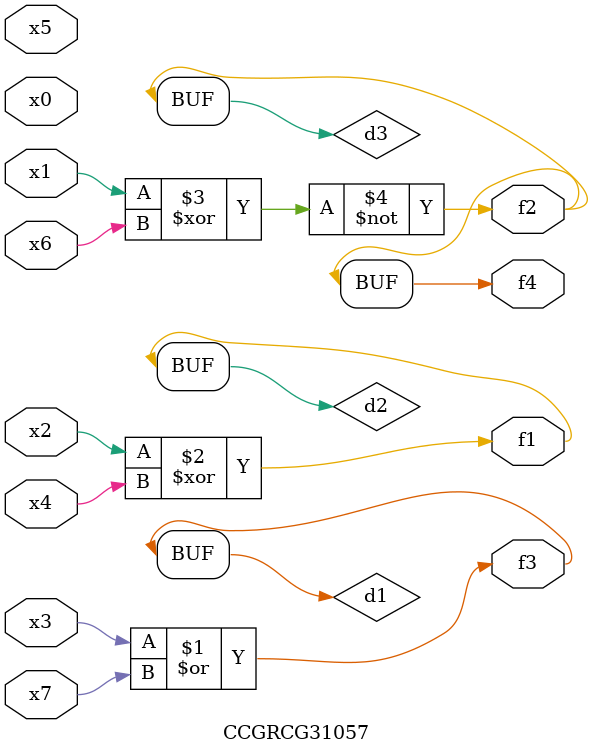
<source format=v>
module CCGRCG31057(
	input x0, x1, x2, x3, x4, x5, x6, x7,
	output f1, f2, f3, f4
);

	wire d1, d2, d3;

	or (d1, x3, x7);
	xor (d2, x2, x4);
	xnor (d3, x1, x6);
	assign f1 = d2;
	assign f2 = d3;
	assign f3 = d1;
	assign f4 = d3;
endmodule

</source>
